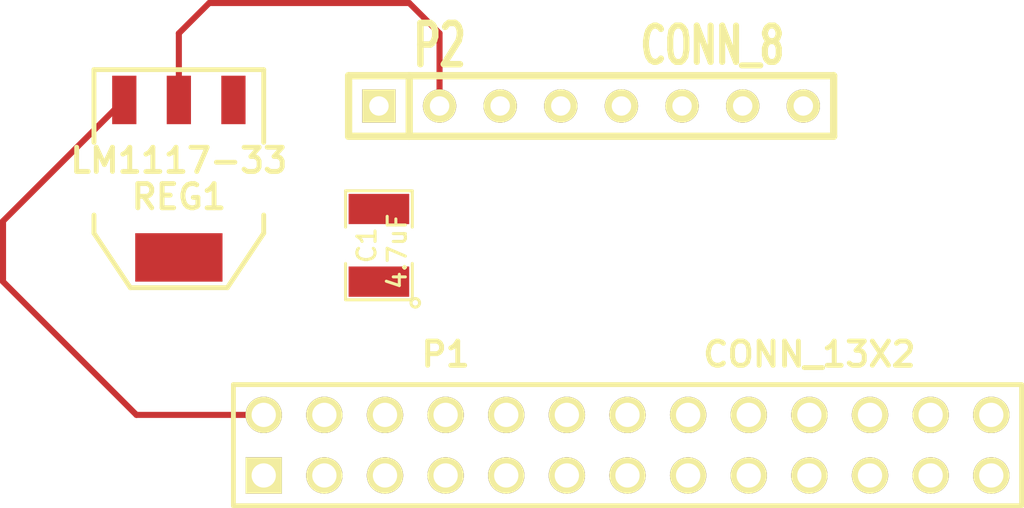
<source format=kicad_pcb>
(kicad_pcb (version 3) (host pcbnew "(2013-mar-13)-testing")

  (general
    (links 8)
    (no_connects 6)
    (area 0 0 0 0)
    (thickness 1.6)
    (drawings 0)
    (tracks 9)
    (zones 0)
    (modules 4)
    (nets 32)
  )

  (page A3)
  (layers
    (15 F.Cu signal)
    (0 B.Cu signal)
    (16 B.Adhes user)
    (17 F.Adhes user)
    (18 B.Paste user)
    (19 F.Paste user)
    (20 B.SilkS user)
    (21 F.SilkS user)
    (22 B.Mask user)
    (23 F.Mask user)
    (24 Dwgs.User user)
    (25 Cmts.User user)
    (26 Eco1.User user)
    (27 Eco2.User user)
    (28 Edge.Cuts user)
  )

  (setup
    (last_trace_width 0.254)
    (trace_clearance 0.254)
    (zone_clearance 0.508)
    (zone_45_only no)
    (trace_min 0.254)
    (segment_width 0.2)
    (edge_width 0.1)
    (via_size 0.889)
    (via_drill 0.635)
    (via_min_size 0.889)
    (via_min_drill 0.508)
    (uvia_size 0.508)
    (uvia_drill 0.127)
    (uvias_allowed no)
    (uvia_min_size 0.508)
    (uvia_min_drill 0.127)
    (pcb_text_width 0.3)
    (pcb_text_size 1.5 1.5)
    (mod_edge_width 0.15)
    (mod_text_size 1 1)
    (mod_text_width 0.15)
    (pad_size 1.5 1.5)
    (pad_drill 0.6)
    (pad_to_mask_clearance 0)
    (aux_axis_origin 0 0)
    (visible_elements FFFFFF7F)
    (pcbplotparams
      (layerselection 3178497)
      (usegerberextensions true)
      (excludeedgelayer true)
      (linewidth 152400)
      (plotframeref false)
      (viasonmask false)
      (mode 1)
      (useauxorigin false)
      (hpglpennumber 1)
      (hpglpenspeed 20)
      (hpglpendiameter 15)
      (hpglpenoverlay 2)
      (psnegative false)
      (psa4output false)
      (plotreference true)
      (plotvalue true)
      (plotothertext true)
      (plotinvisibletext false)
      (padsonsilk false)
      (subtractmaskfromsilk false)
      (outputformat 1)
      (mirror false)
      (drillshape 0)
      (scaleselection 1)
      (outputdirectory ""))
  )

  (net 0 "")
  (net 1 +3.3V)
  (net 2 +5V)
  (net 3 /RXD)
  (net 4 /TXD)
  (net 5 GND)
  (net 6 N-0000010)
  (net 7 N-0000011)
  (net 8 N-0000012)
  (net 9 N-0000013)
  (net 10 N-0000014)
  (net 11 N-0000015)
  (net 12 N-0000016)
  (net 13 N-0000017)
  (net 14 N-0000018)
  (net 15 N-0000019)
  (net 16 N-0000020)
  (net 17 N-0000021)
  (net 18 N-0000022)
  (net 19 N-0000023)
  (net 20 N-0000024)
  (net 21 N-0000025)
  (net 22 N-0000026)
  (net 23 N-0000027)
  (net 24 N-0000028)
  (net 25 N-0000029)
  (net 26 N-000003)
  (net 27 N-0000030)
  (net 28 N-0000031)
  (net 29 N-000004)
  (net 30 N-000008)
  (net 31 N-000009)

  (net_class Default "This is the default net class."
    (clearance 0.254)
    (trace_width 0.254)
    (via_dia 0.889)
    (via_drill 0.635)
    (uvia_dia 0.508)
    (uvia_drill 0.127)
    (add_net "")
    (add_net +3.3V)
    (add_net +5V)
    (add_net /RXD)
    (add_net /TXD)
    (add_net GND)
    (add_net N-0000010)
    (add_net N-0000011)
    (add_net N-0000012)
    (add_net N-0000013)
    (add_net N-0000014)
    (add_net N-0000015)
    (add_net N-0000016)
    (add_net N-0000017)
    (add_net N-0000018)
    (add_net N-0000019)
    (add_net N-0000020)
    (add_net N-0000021)
    (add_net N-0000022)
    (add_net N-0000023)
    (add_net N-0000024)
    (add_net N-0000025)
    (add_net N-0000026)
    (add_net N-0000027)
    (add_net N-0000028)
    (add_net N-0000029)
    (add_net N-000003)
    (add_net N-0000030)
    (add_net N-0000031)
    (add_net N-000004)
    (add_net N-000008)
    (add_net N-000009)
  )

  (module SM1210 (layer F.Cu) (tedit 51921C50) (tstamp 51921C3B)
    (at 203.962 148.844 90)
    (tags "CMS SM")
    (path /519219BF)
    (attr smd)
    (fp_text reference C1 (at 0 -0.508 90) (layer F.SilkS)
      (effects (font (size 0.762 0.762) (thickness 0.127)))
    )
    (fp_text value 4.7uF (at -0.254 0.762 90) (layer F.SilkS)
      (effects (font (size 0.762 0.762) (thickness 0.127)))
    )
    (fp_circle (center -2.413 1.524) (end -2.286 1.397) (layer F.SilkS) (width 0.127))
    (fp_line (start -0.762 -1.397) (end -2.286 -1.397) (layer F.SilkS) (width 0.127))
    (fp_line (start -2.286 -1.397) (end -2.286 1.397) (layer F.SilkS) (width 0.127))
    (fp_line (start -2.286 1.397) (end -0.762 1.397) (layer F.SilkS) (width 0.127))
    (fp_line (start 0.762 1.397) (end 2.286 1.397) (layer F.SilkS) (width 0.127))
    (fp_line (start 2.286 1.397) (end 2.286 -1.397) (layer F.SilkS) (width 0.127))
    (fp_line (start 2.286 -1.397) (end 0.762 -1.397) (layer F.SilkS) (width 0.127))
    (pad 1 smd rect (at -1.524 0 90) (size 1.27 2.54)
      (layers F.Cu F.Paste F.Mask)
      (net 1 +3.3V)
    )
    (pad 2 smd rect (at 1.524 0 90) (size 1.27 2.54)
      (layers F.Cu F.Paste F.Mask)
      (net 5 GND)
    )
    (model smd/chip_cms.wrl
      (at (xyz 0 0 0))
      (scale (xyz 0.17 0.2 0.17))
      (rotate (xyz 0 0 0))
    )
  )

  (module pin_array_13x2 (layer F.Cu) (tedit 5031D825) (tstamp 51921C5D)
    (at 214.376 157.226)
    (descr "2 x 13 pins connector")
    (tags CONN)
    (path /519214AA)
    (fp_text reference P1 (at -7.62 -3.81) (layer F.SilkS)
      (effects (font (size 1.016 1.016) (thickness 0.2032)))
    )
    (fp_text value CONN_13X2 (at 7.62 -3.81) (layer F.SilkS)
      (effects (font (size 1.016 1.016) (thickness 0.2032)))
    )
    (fp_line (start -16.51 2.54) (end 16.51 2.54) (layer F.SilkS) (width 0.2032))
    (fp_line (start 16.51 -2.54) (end -16.51 -2.54) (layer F.SilkS) (width 0.2032))
    (fp_line (start -16.51 -2.54) (end -16.51 2.54) (layer F.SilkS) (width 0.2032))
    (fp_line (start 16.51 2.54) (end 16.51 -2.54) (layer F.SilkS) (width 0.2032))
    (pad 1 thru_hole rect (at -15.24 1.27) (size 1.524 1.524) (drill 1.016)
      (layers *.Cu *.Mask F.SilkS)
      (net 25 N-0000029)
    )
    (pad 2 thru_hole circle (at -15.24 -1.27) (size 1.524 1.524) (drill 1.016)
      (layers *.Cu *.Mask F.SilkS)
      (net 2 +5V)
    )
    (pad 3 thru_hole circle (at -12.7 1.27) (size 1.524 1.524) (drill 1.016)
      (layers *.Cu *.Mask F.SilkS)
      (net 22 N-0000026)
    )
    (pad 4 thru_hole circle (at -12.7 -1.27) (size 1.524 1.524) (drill 1.016)
      (layers *.Cu *.Mask F.SilkS)
      (net 21 N-0000025)
    )
    (pad 5 thru_hole circle (at -10.16 1.27) (size 1.524 1.524) (drill 1.016)
      (layers *.Cu *.Mask F.SilkS)
      (net 20 N-0000024)
    )
    (pad 6 thru_hole circle (at -10.16 -1.27) (size 1.524 1.524) (drill 1.016)
      (layers *.Cu *.Mask F.SilkS)
      (net 5 GND)
    )
    (pad 7 thru_hole circle (at -7.62 1.27) (size 1.524 1.524) (drill 1.016)
      (layers *.Cu *.Mask F.SilkS)
      (net 19 N-0000023)
    )
    (pad 8 thru_hole circle (at -7.62 -1.27) (size 1.524 1.524) (drill 1.016)
      (layers *.Cu *.Mask F.SilkS)
      (net 4 /TXD)
    )
    (pad 9 thru_hole circle (at -5.08 1.27) (size 1.524 1.524) (drill 1.016)
      (layers *.Cu *.Mask F.SilkS)
      (net 18 N-0000022)
    )
    (pad 10 thru_hole circle (at -5.08 -1.27) (size 1.524 1.524) (drill 1.016)
      (layers *.Cu *.Mask F.SilkS)
      (net 3 /RXD)
    )
    (pad 11 thru_hole circle (at -2.54 1.27) (size 1.524 1.524) (drill 1.016)
      (layers *.Cu *.Mask F.SilkS)
      (net 12 N-0000016)
    )
    (pad 12 thru_hole circle (at -2.54 -1.27) (size 1.524 1.524) (drill 1.016)
      (layers *.Cu *.Mask F.SilkS)
      (net 11 N-0000015)
    )
    (pad 13 thru_hole circle (at 0 1.27) (size 1.524 1.524) (drill 1.016)
      (layers *.Cu *.Mask F.SilkS)
      (net 16 N-0000020)
    )
    (pad 14 thru_hole circle (at 0 -1.27) (size 1.524 1.524) (drill 1.016)
      (layers *.Cu *.Mask F.SilkS)
      (net 10 N-0000014)
    )
    (pad 15 thru_hole circle (at 2.54 1.27) (size 1.524 1.524) (drill 1.016)
      (layers *.Cu *.Mask F.SilkS)
      (net 14 N-0000018)
    )
    (pad 16 thru_hole circle (at 2.54 -1.27) (size 1.524 1.524) (drill 1.016)
      (layers *.Cu *.Mask F.SilkS)
      (net 9 N-0000013)
    )
    (pad 17 thru_hole circle (at 5.08 1.27) (size 1.524 1.524) (drill 1.016)
      (layers *.Cu *.Mask F.SilkS)
      (net 28 N-0000031)
    )
    (pad 18 thru_hole circle (at 5.08 -1.27) (size 1.524 1.524) (drill 1.016)
      (layers *.Cu *.Mask F.SilkS)
      (net 8 N-0000012)
    )
    (pad 19 thru_hole circle (at 7.62 1.27) (size 1.524 1.524) (drill 1.016)
      (layers *.Cu *.Mask F.SilkS)
      (net 27 N-0000030)
    )
    (pad 20 thru_hole circle (at 7.62 -1.27) (size 1.524 1.524) (drill 1.016)
      (layers *.Cu *.Mask F.SilkS)
      (net 7 N-0000011)
    )
    (pad 21 thru_hole circle (at 10.16 1.27) (size 1.524 1.524) (drill 1.016)
      (layers *.Cu *.Mask F.SilkS)
      (net 17 N-0000021)
    )
    (pad 22 thru_hole circle (at 10.16 -1.27) (size 1.524 1.524) (drill 1.016)
      (layers *.Cu *.Mask F.SilkS)
      (net 6 N-0000010)
    )
    (pad 23 thru_hole circle (at 12.7 1.27) (size 1.524 1.524) (drill 1.016)
      (layers *.Cu *.Mask F.SilkS)
      (net 15 N-0000019)
    )
    (pad 24 thru_hole circle (at 12.7 -1.27) (size 1.524 1.524) (drill 1.016)
      (layers *.Cu *.Mask F.SilkS)
      (net 31 N-000009)
    )
    (pad 25 thru_hole circle (at 15.24 1.27) (size 1.524 1.524) (drill 1.016)
      (layers *.Cu *.Mask F.SilkS)
      (net 13 N-0000017)
    )
    (pad 26 thru_hole circle (at 15.24 -1.27) (size 1.524 1.524) (drill 1.016)
      (layers *.Cu *.Mask F.SilkS)
      (net 30 N-000008)
    )
    (model pin_array/pins_array_13x2.wrl
      (at (xyz 0 0 0))
      (scale (xyz 1 1 1))
      (rotate (xyz 0 0 0))
    )
  )

  (module SIL-8 (layer F.Cu) (tedit 200000) (tstamp 51921C6E)
    (at 212.852 143.002)
    (descr "Connecteur 8 pins")
    (tags "CONN DEV")
    (path /5192185B)
    (fp_text reference P2 (at -6.35 -2.54) (layer F.SilkS)
      (effects (font (size 1.72974 1.08712) (thickness 0.3048)))
    )
    (fp_text value CONN_8 (at 5.08 -2.54) (layer F.SilkS)
      (effects (font (size 1.524 1.016) (thickness 0.3048)))
    )
    (fp_line (start -10.16 -1.27) (end 10.16 -1.27) (layer F.SilkS) (width 0.3048))
    (fp_line (start 10.16 -1.27) (end 10.16 1.27) (layer F.SilkS) (width 0.3048))
    (fp_line (start 10.16 1.27) (end -10.16 1.27) (layer F.SilkS) (width 0.3048))
    (fp_line (start -10.16 1.27) (end -10.16 -1.27) (layer F.SilkS) (width 0.3048))
    (fp_line (start -7.62 1.27) (end -7.62 -1.27) (layer F.SilkS) (width 0.3048))
    (pad 1 thru_hole rect (at -8.89 0) (size 1.397 1.397) (drill 0.8128)
      (layers *.Cu *.Mask F.SilkS)
      (net 5 GND)
    )
    (pad 2 thru_hole circle (at -6.35 0) (size 1.397 1.397) (drill 0.8128)
      (layers *.Cu *.Mask F.SilkS)
      (net 1 +3.3V)
    )
    (pad 3 thru_hole circle (at -3.81 0) (size 1.397 1.397) (drill 0.8128)
      (layers *.Cu *.Mask F.SilkS)
      (net 4 /TXD)
    )
    (pad 4 thru_hole circle (at -1.27 0) (size 1.397 1.397) (drill 0.8128)
      (layers *.Cu *.Mask F.SilkS)
      (net 3 /RXD)
    )
    (pad 5 thru_hole circle (at 1.27 0) (size 1.397 1.397) (drill 0.8128)
      (layers *.Cu *.Mask F.SilkS)
      (net 29 N-000004)
    )
    (pad 6 thru_hole circle (at 3.81 0) (size 1.397 1.397) (drill 0.8128)
      (layers *.Cu *.Mask F.SilkS)
      (net 24 N-0000028)
    )
    (pad 7 thru_hole circle (at 6.35 0) (size 1.397 1.397) (drill 0.8128)
      (layers *.Cu *.Mask F.SilkS)
      (net 26 N-000003)
    )
    (pad 8 thru_hole circle (at 8.89 0) (size 1.397 1.397) (drill 0.8128)
      (layers *.Cu *.Mask F.SilkS)
      (net 23 N-0000027)
    )
  )

  (module SOT223 (layer F.Cu) (tedit 200000) (tstamp 5192223A)
    (at 195.58 146.05 180)
    (descr "module CMS SOT223 4 pins")
    (tags "CMS SOT")
    (path /51922787)
    (attr smd)
    (fp_text reference REG1 (at 0 -0.762 180) (layer F.SilkS)
      (effects (font (size 1.016 1.016) (thickness 0.2032)))
    )
    (fp_text value LM1117-33 (at 0 0.762 180) (layer F.SilkS)
      (effects (font (size 1.016 1.016) (thickness 0.2032)))
    )
    (fp_line (start -3.556 1.524) (end -3.556 4.572) (layer F.SilkS) (width 0.2032))
    (fp_line (start -3.556 4.572) (end 3.556 4.572) (layer F.SilkS) (width 0.2032))
    (fp_line (start 3.556 4.572) (end 3.556 1.524) (layer F.SilkS) (width 0.2032))
    (fp_line (start -3.556 -1.524) (end -3.556 -2.286) (layer F.SilkS) (width 0.2032))
    (fp_line (start -3.556 -2.286) (end -2.032 -4.572) (layer F.SilkS) (width 0.2032))
    (fp_line (start -2.032 -4.572) (end 2.032 -4.572) (layer F.SilkS) (width 0.2032))
    (fp_line (start 2.032 -4.572) (end 3.556 -2.286) (layer F.SilkS) (width 0.2032))
    (fp_line (start 3.556 -2.286) (end 3.556 -1.524) (layer F.SilkS) (width 0.2032))
    (pad 4 smd rect (at 0 -3.302 180) (size 3.6576 2.032)
      (layers F.Cu F.Paste F.Mask)
    )
    (pad 2 smd rect (at 0 3.302 180) (size 1.016 2.032)
      (layers F.Cu F.Paste F.Mask)
      (net 1 +3.3V)
    )
    (pad 3 smd rect (at 2.286 3.302 180) (size 1.016 2.032)
      (layers F.Cu F.Paste F.Mask)
      (net 2 +5V)
    )
    (pad 1 smd rect (at -2.286 3.302 180) (size 1.016 2.032)
      (layers F.Cu F.Paste F.Mask)
      (net 5 GND)
    )
    (model smd/SOT223.wrl
      (at (xyz 0 0 0))
      (scale (xyz 0.4 0.4 0.4))
      (rotate (xyz 0 0 0))
    )
  )

  (segment (start 195.58 142.748) (end 195.58 139.954) (width 0.254) (layer F.Cu) (net 1) (status 400000))
  (segment (start 206.502 139.954) (end 206.502 143.002) (width 0.254) (layer F.Cu) (net 1) (tstamp 519228AB) (status 800000))
  (segment (start 205.232 138.684) (end 206.502 139.954) (width 0.254) (layer F.Cu) (net 1) (tstamp 519228A9))
  (segment (start 196.85 138.684) (end 205.232 138.684) (width 0.254) (layer F.Cu) (net 1) (tstamp 519228A7))
  (segment (start 195.58 139.954) (end 196.85 138.684) (width 0.254) (layer F.Cu) (net 1) (tstamp 519228A5))
  (segment (start 199.136 155.956) (end 193.802 155.956) (width 0.254) (layer F.Cu) (net 2) (status 400000))
  (segment (start 188.214 147.828) (end 193.294 142.748) (width 0.254) (layer F.Cu) (net 2) (tstamp 519228A1) (status 800000))
  (segment (start 188.214 150.368) (end 188.214 147.828) (width 0.254) (layer F.Cu) (net 2) (tstamp 5192289F))
  (segment (start 193.802 155.956) (end 188.214 150.368) (width 0.254) (layer F.Cu) (net 2) (tstamp 5192289D))

)

</source>
